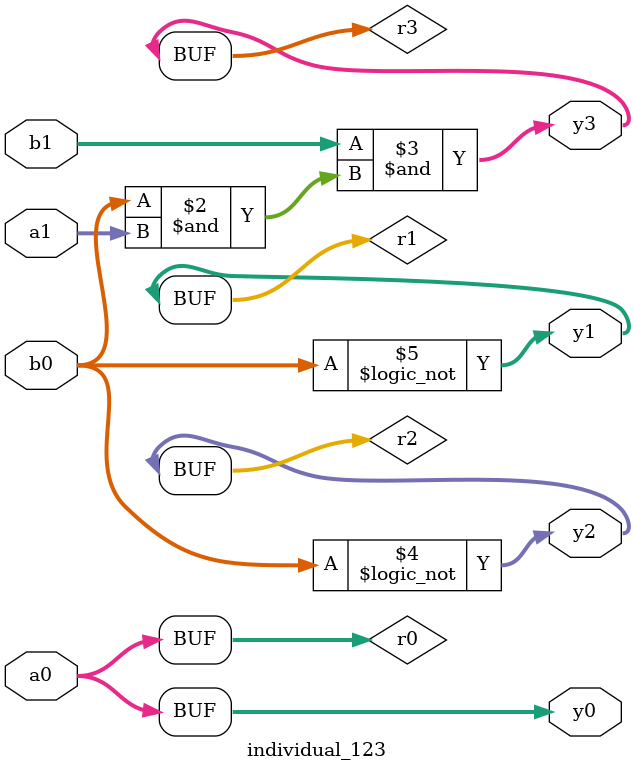
<source format=sv>
module individual_123(input logic [15:0] a1, input logic [15:0] a0, input logic [15:0] b1, input logic [15:0] b0, output logic [15:0] y3, output logic [15:0] y2, output logic [15:0] y1, output logic [15:0] y0);
logic [15:0] r0, r1, r2, r3; 
 always@(*) begin 
	 r0 = a0; r1 = a1; r2 = b0; r3 = b1; 
 	 r2  &=  r1 ;
 	 r3  &=  r2 ;
 	 r2 = ! b0 ;
 	 r1 = ! b0 ;
 	 y3 = r3; y2 = r2; y1 = r1; y0 = r0; 
end
endmodule
</source>
